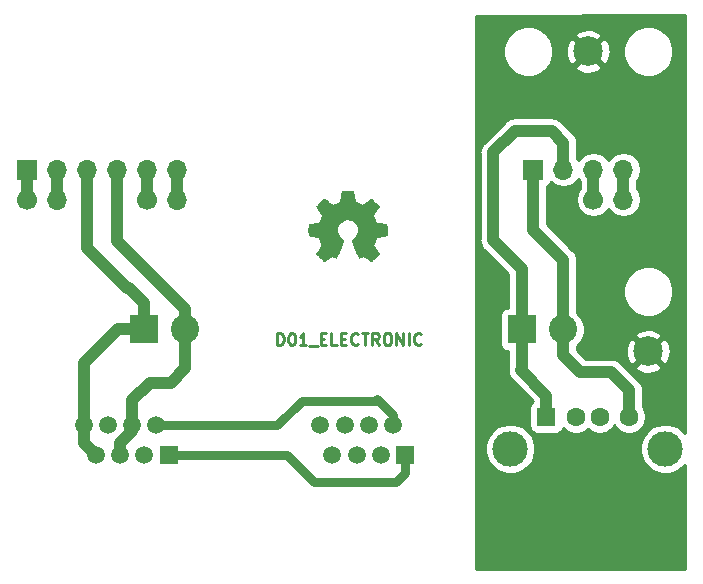
<source format=gbr>
G04 #@! TF.GenerationSoftware,KiCad,Pcbnew,5.1.5-52549c5~86~ubuntu18.04.1*
G04 #@! TF.CreationDate,2020-09-11T14:35:38-05:00*
G04 #@! TF.ProjectId,D01,4430312e-6b69-4636-9164-5f7063625858,rev?*
G04 #@! TF.SameCoordinates,Original*
G04 #@! TF.FileFunction,Copper,L1,Top*
G04 #@! TF.FilePolarity,Positive*
%FSLAX46Y46*%
G04 Gerber Fmt 4.6, Leading zero omitted, Abs format (unit mm)*
G04 Created by KiCad (PCBNEW 5.1.5-52549c5~86~ubuntu18.04.1) date 2020-09-11 14:35:38*
%MOMM*%
%LPD*%
G04 APERTURE LIST*
%ADD10C,0.250000*%
%ADD11C,0.010000*%
%ADD12O,1.700000X1.700000*%
%ADD13C,1.700000*%
%ADD14R,1.700000X1.700000*%
%ADD15C,2.400000*%
%ADD16R,2.400000X2.400000*%
%ADD17C,1.600000*%
%ADD18R,1.600000X1.600000*%
%ADD19C,3.000000*%
%ADD20C,1.520000*%
%ADD21R,1.520000X1.520000*%
%ADD22C,2.499360*%
%ADD23C,0.750000*%
%ADD24C,1.000000*%
%ADD25C,0.254000*%
G04 APERTURE END LIST*
D10*
X43204571Y-48661580D02*
X43204571Y-47661580D01*
X43442666Y-47661580D01*
X43585523Y-47709200D01*
X43680761Y-47804438D01*
X43728380Y-47899676D01*
X43776000Y-48090152D01*
X43776000Y-48233009D01*
X43728380Y-48423485D01*
X43680761Y-48518723D01*
X43585523Y-48613961D01*
X43442666Y-48661580D01*
X43204571Y-48661580D01*
X44395047Y-47661580D02*
X44490285Y-47661580D01*
X44585523Y-47709200D01*
X44633142Y-47756819D01*
X44680761Y-47852057D01*
X44728380Y-48042533D01*
X44728380Y-48280628D01*
X44680761Y-48471104D01*
X44633142Y-48566342D01*
X44585523Y-48613961D01*
X44490285Y-48661580D01*
X44395047Y-48661580D01*
X44299809Y-48613961D01*
X44252190Y-48566342D01*
X44204571Y-48471104D01*
X44156952Y-48280628D01*
X44156952Y-48042533D01*
X44204571Y-47852057D01*
X44252190Y-47756819D01*
X44299809Y-47709200D01*
X44395047Y-47661580D01*
X45680761Y-48661580D02*
X45109333Y-48661580D01*
X45395047Y-48661580D02*
X45395047Y-47661580D01*
X45299809Y-47804438D01*
X45204571Y-47899676D01*
X45109333Y-47947295D01*
X45871238Y-48756819D02*
X46633142Y-48756819D01*
X46871238Y-48137771D02*
X47204571Y-48137771D01*
X47347428Y-48661580D02*
X46871238Y-48661580D01*
X46871238Y-47661580D01*
X47347428Y-47661580D01*
X48252190Y-48661580D02*
X47776000Y-48661580D01*
X47776000Y-47661580D01*
X48585523Y-48137771D02*
X48918857Y-48137771D01*
X49061714Y-48661580D02*
X48585523Y-48661580D01*
X48585523Y-47661580D01*
X49061714Y-47661580D01*
X50061714Y-48566342D02*
X50014095Y-48613961D01*
X49871238Y-48661580D01*
X49776000Y-48661580D01*
X49633142Y-48613961D01*
X49537904Y-48518723D01*
X49490285Y-48423485D01*
X49442666Y-48233009D01*
X49442666Y-48090152D01*
X49490285Y-47899676D01*
X49537904Y-47804438D01*
X49633142Y-47709200D01*
X49776000Y-47661580D01*
X49871238Y-47661580D01*
X50014095Y-47709200D01*
X50061714Y-47756819D01*
X50347428Y-47661580D02*
X50918857Y-47661580D01*
X50633142Y-48661580D02*
X50633142Y-47661580D01*
X51823619Y-48661580D02*
X51490285Y-48185390D01*
X51252190Y-48661580D02*
X51252190Y-47661580D01*
X51633142Y-47661580D01*
X51728380Y-47709200D01*
X51776000Y-47756819D01*
X51823619Y-47852057D01*
X51823619Y-47994914D01*
X51776000Y-48090152D01*
X51728380Y-48137771D01*
X51633142Y-48185390D01*
X51252190Y-48185390D01*
X52442666Y-47661580D02*
X52633142Y-47661580D01*
X52728380Y-47709200D01*
X52823619Y-47804438D01*
X52871238Y-47994914D01*
X52871238Y-48328247D01*
X52823619Y-48518723D01*
X52728380Y-48613961D01*
X52633142Y-48661580D01*
X52442666Y-48661580D01*
X52347428Y-48613961D01*
X52252190Y-48518723D01*
X52204571Y-48328247D01*
X52204571Y-47994914D01*
X52252190Y-47804438D01*
X52347428Y-47709200D01*
X52442666Y-47661580D01*
X53299809Y-48661580D02*
X53299809Y-47661580D01*
X53871238Y-48661580D01*
X53871238Y-47661580D01*
X54347428Y-48661580D02*
X54347428Y-47661580D01*
X55395047Y-48566342D02*
X55347428Y-48613961D01*
X55204571Y-48661580D01*
X55109333Y-48661580D01*
X54966476Y-48613961D01*
X54871238Y-48518723D01*
X54823619Y-48423485D01*
X54776000Y-48233009D01*
X54776000Y-48090152D01*
X54823619Y-47899676D01*
X54871238Y-47804438D01*
X54966476Y-47709200D01*
X55109333Y-47661580D01*
X55204571Y-47661580D01*
X55347428Y-47709200D01*
X55395047Y-47756819D01*
D11*
G36*
X49704814Y-36076931D02*
G01*
X49788635Y-36521555D01*
X50097920Y-36649053D01*
X50407206Y-36776551D01*
X50778246Y-36524246D01*
X50882157Y-36453996D01*
X50976087Y-36391272D01*
X51055652Y-36338938D01*
X51116470Y-36299857D01*
X51154157Y-36276893D01*
X51164421Y-36271942D01*
X51182910Y-36284676D01*
X51222420Y-36319882D01*
X51278522Y-36373062D01*
X51346787Y-36439718D01*
X51422786Y-36515354D01*
X51502092Y-36595472D01*
X51580275Y-36675574D01*
X51652907Y-36751164D01*
X51715559Y-36817745D01*
X51763803Y-36870818D01*
X51793210Y-36905887D01*
X51800241Y-36917623D01*
X51790123Y-36939260D01*
X51761759Y-36986662D01*
X51718129Y-37055193D01*
X51662218Y-37140215D01*
X51597006Y-37237093D01*
X51559219Y-37292350D01*
X51490343Y-37393248D01*
X51429140Y-37484299D01*
X51378578Y-37560970D01*
X51341628Y-37618728D01*
X51321258Y-37653043D01*
X51318197Y-37660254D01*
X51325136Y-37680748D01*
X51344051Y-37728513D01*
X51372087Y-37796832D01*
X51406391Y-37878989D01*
X51444109Y-37968270D01*
X51482387Y-38057958D01*
X51518370Y-38141338D01*
X51549206Y-38211694D01*
X51572039Y-38262310D01*
X51584017Y-38286471D01*
X51584724Y-38287422D01*
X51603531Y-38292036D01*
X51653618Y-38302328D01*
X51729793Y-38317287D01*
X51826865Y-38335901D01*
X51939643Y-38357159D01*
X52005442Y-38369418D01*
X52125950Y-38392362D01*
X52234797Y-38414195D01*
X52326476Y-38433722D01*
X52395481Y-38449748D01*
X52436304Y-38461079D01*
X52444511Y-38464674D01*
X52452548Y-38489006D01*
X52459033Y-38543959D01*
X52463970Y-38623108D01*
X52467364Y-38720026D01*
X52469218Y-38828287D01*
X52469538Y-38941465D01*
X52468327Y-39053135D01*
X52465590Y-39156868D01*
X52461331Y-39246241D01*
X52455555Y-39314826D01*
X52448267Y-39356197D01*
X52443895Y-39364810D01*
X52417764Y-39375133D01*
X52362393Y-39389892D01*
X52285107Y-39407352D01*
X52193230Y-39425780D01*
X52161158Y-39431741D01*
X52006524Y-39460066D01*
X51884375Y-39482876D01*
X51790673Y-39501080D01*
X51721384Y-39515583D01*
X51672471Y-39527292D01*
X51639897Y-39537115D01*
X51619628Y-39545956D01*
X51607626Y-39554724D01*
X51605947Y-39556457D01*
X51589184Y-39584371D01*
X51563614Y-39638695D01*
X51531788Y-39712777D01*
X51496260Y-39799965D01*
X51459583Y-39893608D01*
X51424311Y-39987052D01*
X51392996Y-40073647D01*
X51368193Y-40146740D01*
X51352454Y-40199678D01*
X51348332Y-40225811D01*
X51348676Y-40226726D01*
X51362641Y-40248086D01*
X51394322Y-40295084D01*
X51440391Y-40362827D01*
X51497518Y-40446423D01*
X51562373Y-40540982D01*
X51580843Y-40567854D01*
X51646699Y-40665275D01*
X51704650Y-40754163D01*
X51751538Y-40829412D01*
X51784207Y-40885920D01*
X51799500Y-40918581D01*
X51800241Y-40922593D01*
X51787392Y-40943684D01*
X51751888Y-40985464D01*
X51698293Y-41043445D01*
X51631171Y-41113135D01*
X51555087Y-41190045D01*
X51474604Y-41269683D01*
X51394287Y-41347561D01*
X51318699Y-41419186D01*
X51252405Y-41480070D01*
X51199969Y-41525721D01*
X51165955Y-41551650D01*
X51156545Y-41555883D01*
X51134643Y-41545912D01*
X51089800Y-41519020D01*
X51029321Y-41479736D01*
X50982789Y-41448117D01*
X50898475Y-41390098D01*
X50798626Y-41321784D01*
X50698473Y-41253579D01*
X50644627Y-41217075D01*
X50462371Y-41093800D01*
X50309381Y-41176520D01*
X50239682Y-41212759D01*
X50180414Y-41240926D01*
X50140311Y-41256991D01*
X50130103Y-41259226D01*
X50117829Y-41242722D01*
X50093613Y-41196082D01*
X50059263Y-41123609D01*
X50016588Y-41029606D01*
X49967394Y-40918374D01*
X49913490Y-40794215D01*
X49856684Y-40661432D01*
X49798782Y-40524327D01*
X49741593Y-40387202D01*
X49686924Y-40254358D01*
X49636584Y-40130098D01*
X49592380Y-40018725D01*
X49556119Y-39924539D01*
X49529609Y-39851844D01*
X49514658Y-39804941D01*
X49512254Y-39788833D01*
X49531311Y-39768286D01*
X49573036Y-39734933D01*
X49628706Y-39695702D01*
X49633378Y-39692599D01*
X49777264Y-39577423D01*
X49893283Y-39443053D01*
X49980430Y-39293784D01*
X50037699Y-39133913D01*
X50064086Y-38967737D01*
X50058585Y-38799552D01*
X50020190Y-38633655D01*
X49947895Y-38474342D01*
X49926626Y-38439487D01*
X49815996Y-38298737D01*
X49685302Y-38185714D01*
X49539064Y-38101003D01*
X49381808Y-38045194D01*
X49218057Y-38018874D01*
X49052333Y-38022630D01*
X48889162Y-38057050D01*
X48733065Y-38122723D01*
X48588567Y-38220235D01*
X48543869Y-38259813D01*
X48430112Y-38383703D01*
X48347218Y-38514124D01*
X48290356Y-38660315D01*
X48258687Y-38805088D01*
X48250869Y-38967860D01*
X48276938Y-39131440D01*
X48334245Y-39290298D01*
X48420144Y-39438906D01*
X48531986Y-39571735D01*
X48667123Y-39683256D01*
X48684883Y-39695011D01*
X48741150Y-39733508D01*
X48783923Y-39766863D01*
X48804372Y-39788160D01*
X48804669Y-39788833D01*
X48800279Y-39811871D01*
X48782876Y-39864157D01*
X48754268Y-39941390D01*
X48716265Y-40039268D01*
X48670674Y-40153491D01*
X48619303Y-40279758D01*
X48563962Y-40413767D01*
X48506458Y-40551218D01*
X48448601Y-40687808D01*
X48392198Y-40819237D01*
X48339058Y-40941205D01*
X48290990Y-41049409D01*
X48249801Y-41139549D01*
X48217301Y-41207323D01*
X48195297Y-41248430D01*
X48186436Y-41259226D01*
X48159360Y-41250819D01*
X48108697Y-41228272D01*
X48043183Y-41195613D01*
X48007159Y-41176520D01*
X47854168Y-41093800D01*
X47671912Y-41217075D01*
X47578875Y-41280228D01*
X47477015Y-41349727D01*
X47381562Y-41415165D01*
X47333750Y-41448117D01*
X47266505Y-41493273D01*
X47209564Y-41529057D01*
X47170354Y-41550938D01*
X47157619Y-41555563D01*
X47139083Y-41543085D01*
X47098059Y-41508252D01*
X47038525Y-41454678D01*
X46964458Y-41385983D01*
X46879835Y-41305781D01*
X46826315Y-41254286D01*
X46732681Y-41162286D01*
X46651759Y-41079999D01*
X46586823Y-41010945D01*
X46541142Y-40958644D01*
X46517989Y-40926616D01*
X46515768Y-40920116D01*
X46526076Y-40895394D01*
X46554561Y-40845405D01*
X46598063Y-40775212D01*
X46653423Y-40689875D01*
X46717480Y-40594456D01*
X46735697Y-40567854D01*
X46802073Y-40471167D01*
X46861622Y-40384117D01*
X46911016Y-40311595D01*
X46946925Y-40258493D01*
X46966019Y-40229703D01*
X46967864Y-40226726D01*
X46965105Y-40203782D01*
X46950462Y-40153336D01*
X46926487Y-40082041D01*
X46895734Y-39996547D01*
X46860756Y-39903507D01*
X46824107Y-39809574D01*
X46788339Y-39721399D01*
X46756006Y-39645634D01*
X46729662Y-39588931D01*
X46711858Y-39557943D01*
X46710593Y-39556457D01*
X46699706Y-39547601D01*
X46681318Y-39538843D01*
X46651394Y-39529277D01*
X46605897Y-39517996D01*
X46540791Y-39504093D01*
X46452039Y-39486663D01*
X46335607Y-39464798D01*
X46187458Y-39437591D01*
X46155382Y-39431741D01*
X46060314Y-39413374D01*
X45977435Y-39395405D01*
X45914070Y-39379569D01*
X45877542Y-39367600D01*
X45872644Y-39364810D01*
X45864573Y-39340072D01*
X45858013Y-39284790D01*
X45852967Y-39205389D01*
X45849441Y-39108296D01*
X45847439Y-38999938D01*
X45846964Y-38886740D01*
X45848023Y-38775128D01*
X45850618Y-38671529D01*
X45854754Y-38582368D01*
X45860437Y-38514072D01*
X45867669Y-38473066D01*
X45872029Y-38464674D01*
X45896302Y-38456208D01*
X45951574Y-38442435D01*
X46032338Y-38424550D01*
X46133088Y-38403748D01*
X46248317Y-38381223D01*
X46311098Y-38369418D01*
X46430213Y-38347151D01*
X46536435Y-38326979D01*
X46624573Y-38309915D01*
X46689434Y-38296969D01*
X46725826Y-38289155D01*
X46731816Y-38287422D01*
X46741939Y-38267890D01*
X46763338Y-38220843D01*
X46793161Y-38153003D01*
X46828555Y-38071091D01*
X46866668Y-37981828D01*
X46904647Y-37891935D01*
X46939640Y-37808135D01*
X46968794Y-37737147D01*
X46989257Y-37685694D01*
X46998177Y-37660497D01*
X46998343Y-37659396D01*
X46988231Y-37639519D01*
X46959883Y-37593777D01*
X46916277Y-37526717D01*
X46860394Y-37442884D01*
X46795213Y-37346826D01*
X46757321Y-37291650D01*
X46688275Y-37190481D01*
X46626950Y-37098630D01*
X46576337Y-37020744D01*
X46539429Y-36961469D01*
X46519218Y-36925451D01*
X46516299Y-36917377D01*
X46528847Y-36898584D01*
X46563537Y-36858457D01*
X46615937Y-36801493D01*
X46681616Y-36732185D01*
X46756144Y-36655031D01*
X46835087Y-36574525D01*
X46914017Y-36495163D01*
X46988500Y-36421440D01*
X47054106Y-36357852D01*
X47106404Y-36308894D01*
X47140961Y-36279061D01*
X47152522Y-36271942D01*
X47171346Y-36281953D01*
X47216369Y-36310078D01*
X47283213Y-36353454D01*
X47367501Y-36409218D01*
X47464856Y-36474506D01*
X47538293Y-36524246D01*
X47909333Y-36776551D01*
X48527905Y-36521555D01*
X48611725Y-36076931D01*
X48695546Y-35632307D01*
X49620994Y-35632307D01*
X49704814Y-36076931D01*
G37*
X49704814Y-36076931D02*
X49788635Y-36521555D01*
X50097920Y-36649053D01*
X50407206Y-36776551D01*
X50778246Y-36524246D01*
X50882157Y-36453996D01*
X50976087Y-36391272D01*
X51055652Y-36338938D01*
X51116470Y-36299857D01*
X51154157Y-36276893D01*
X51164421Y-36271942D01*
X51182910Y-36284676D01*
X51222420Y-36319882D01*
X51278522Y-36373062D01*
X51346787Y-36439718D01*
X51422786Y-36515354D01*
X51502092Y-36595472D01*
X51580275Y-36675574D01*
X51652907Y-36751164D01*
X51715559Y-36817745D01*
X51763803Y-36870818D01*
X51793210Y-36905887D01*
X51800241Y-36917623D01*
X51790123Y-36939260D01*
X51761759Y-36986662D01*
X51718129Y-37055193D01*
X51662218Y-37140215D01*
X51597006Y-37237093D01*
X51559219Y-37292350D01*
X51490343Y-37393248D01*
X51429140Y-37484299D01*
X51378578Y-37560970D01*
X51341628Y-37618728D01*
X51321258Y-37653043D01*
X51318197Y-37660254D01*
X51325136Y-37680748D01*
X51344051Y-37728513D01*
X51372087Y-37796832D01*
X51406391Y-37878989D01*
X51444109Y-37968270D01*
X51482387Y-38057958D01*
X51518370Y-38141338D01*
X51549206Y-38211694D01*
X51572039Y-38262310D01*
X51584017Y-38286471D01*
X51584724Y-38287422D01*
X51603531Y-38292036D01*
X51653618Y-38302328D01*
X51729793Y-38317287D01*
X51826865Y-38335901D01*
X51939643Y-38357159D01*
X52005442Y-38369418D01*
X52125950Y-38392362D01*
X52234797Y-38414195D01*
X52326476Y-38433722D01*
X52395481Y-38449748D01*
X52436304Y-38461079D01*
X52444511Y-38464674D01*
X52452548Y-38489006D01*
X52459033Y-38543959D01*
X52463970Y-38623108D01*
X52467364Y-38720026D01*
X52469218Y-38828287D01*
X52469538Y-38941465D01*
X52468327Y-39053135D01*
X52465590Y-39156868D01*
X52461331Y-39246241D01*
X52455555Y-39314826D01*
X52448267Y-39356197D01*
X52443895Y-39364810D01*
X52417764Y-39375133D01*
X52362393Y-39389892D01*
X52285107Y-39407352D01*
X52193230Y-39425780D01*
X52161158Y-39431741D01*
X52006524Y-39460066D01*
X51884375Y-39482876D01*
X51790673Y-39501080D01*
X51721384Y-39515583D01*
X51672471Y-39527292D01*
X51639897Y-39537115D01*
X51619628Y-39545956D01*
X51607626Y-39554724D01*
X51605947Y-39556457D01*
X51589184Y-39584371D01*
X51563614Y-39638695D01*
X51531788Y-39712777D01*
X51496260Y-39799965D01*
X51459583Y-39893608D01*
X51424311Y-39987052D01*
X51392996Y-40073647D01*
X51368193Y-40146740D01*
X51352454Y-40199678D01*
X51348332Y-40225811D01*
X51348676Y-40226726D01*
X51362641Y-40248086D01*
X51394322Y-40295084D01*
X51440391Y-40362827D01*
X51497518Y-40446423D01*
X51562373Y-40540982D01*
X51580843Y-40567854D01*
X51646699Y-40665275D01*
X51704650Y-40754163D01*
X51751538Y-40829412D01*
X51784207Y-40885920D01*
X51799500Y-40918581D01*
X51800241Y-40922593D01*
X51787392Y-40943684D01*
X51751888Y-40985464D01*
X51698293Y-41043445D01*
X51631171Y-41113135D01*
X51555087Y-41190045D01*
X51474604Y-41269683D01*
X51394287Y-41347561D01*
X51318699Y-41419186D01*
X51252405Y-41480070D01*
X51199969Y-41525721D01*
X51165955Y-41551650D01*
X51156545Y-41555883D01*
X51134643Y-41545912D01*
X51089800Y-41519020D01*
X51029321Y-41479736D01*
X50982789Y-41448117D01*
X50898475Y-41390098D01*
X50798626Y-41321784D01*
X50698473Y-41253579D01*
X50644627Y-41217075D01*
X50462371Y-41093800D01*
X50309381Y-41176520D01*
X50239682Y-41212759D01*
X50180414Y-41240926D01*
X50140311Y-41256991D01*
X50130103Y-41259226D01*
X50117829Y-41242722D01*
X50093613Y-41196082D01*
X50059263Y-41123609D01*
X50016588Y-41029606D01*
X49967394Y-40918374D01*
X49913490Y-40794215D01*
X49856684Y-40661432D01*
X49798782Y-40524327D01*
X49741593Y-40387202D01*
X49686924Y-40254358D01*
X49636584Y-40130098D01*
X49592380Y-40018725D01*
X49556119Y-39924539D01*
X49529609Y-39851844D01*
X49514658Y-39804941D01*
X49512254Y-39788833D01*
X49531311Y-39768286D01*
X49573036Y-39734933D01*
X49628706Y-39695702D01*
X49633378Y-39692599D01*
X49777264Y-39577423D01*
X49893283Y-39443053D01*
X49980430Y-39293784D01*
X50037699Y-39133913D01*
X50064086Y-38967737D01*
X50058585Y-38799552D01*
X50020190Y-38633655D01*
X49947895Y-38474342D01*
X49926626Y-38439487D01*
X49815996Y-38298737D01*
X49685302Y-38185714D01*
X49539064Y-38101003D01*
X49381808Y-38045194D01*
X49218057Y-38018874D01*
X49052333Y-38022630D01*
X48889162Y-38057050D01*
X48733065Y-38122723D01*
X48588567Y-38220235D01*
X48543869Y-38259813D01*
X48430112Y-38383703D01*
X48347218Y-38514124D01*
X48290356Y-38660315D01*
X48258687Y-38805088D01*
X48250869Y-38967860D01*
X48276938Y-39131440D01*
X48334245Y-39290298D01*
X48420144Y-39438906D01*
X48531986Y-39571735D01*
X48667123Y-39683256D01*
X48684883Y-39695011D01*
X48741150Y-39733508D01*
X48783923Y-39766863D01*
X48804372Y-39788160D01*
X48804669Y-39788833D01*
X48800279Y-39811871D01*
X48782876Y-39864157D01*
X48754268Y-39941390D01*
X48716265Y-40039268D01*
X48670674Y-40153491D01*
X48619303Y-40279758D01*
X48563962Y-40413767D01*
X48506458Y-40551218D01*
X48448601Y-40687808D01*
X48392198Y-40819237D01*
X48339058Y-40941205D01*
X48290990Y-41049409D01*
X48249801Y-41139549D01*
X48217301Y-41207323D01*
X48195297Y-41248430D01*
X48186436Y-41259226D01*
X48159360Y-41250819D01*
X48108697Y-41228272D01*
X48043183Y-41195613D01*
X48007159Y-41176520D01*
X47854168Y-41093800D01*
X47671912Y-41217075D01*
X47578875Y-41280228D01*
X47477015Y-41349727D01*
X47381562Y-41415165D01*
X47333750Y-41448117D01*
X47266505Y-41493273D01*
X47209564Y-41529057D01*
X47170354Y-41550938D01*
X47157619Y-41555563D01*
X47139083Y-41543085D01*
X47098059Y-41508252D01*
X47038525Y-41454678D01*
X46964458Y-41385983D01*
X46879835Y-41305781D01*
X46826315Y-41254286D01*
X46732681Y-41162286D01*
X46651759Y-41079999D01*
X46586823Y-41010945D01*
X46541142Y-40958644D01*
X46517989Y-40926616D01*
X46515768Y-40920116D01*
X46526076Y-40895394D01*
X46554561Y-40845405D01*
X46598063Y-40775212D01*
X46653423Y-40689875D01*
X46717480Y-40594456D01*
X46735697Y-40567854D01*
X46802073Y-40471167D01*
X46861622Y-40384117D01*
X46911016Y-40311595D01*
X46946925Y-40258493D01*
X46966019Y-40229703D01*
X46967864Y-40226726D01*
X46965105Y-40203782D01*
X46950462Y-40153336D01*
X46926487Y-40082041D01*
X46895734Y-39996547D01*
X46860756Y-39903507D01*
X46824107Y-39809574D01*
X46788339Y-39721399D01*
X46756006Y-39645634D01*
X46729662Y-39588931D01*
X46711858Y-39557943D01*
X46710593Y-39556457D01*
X46699706Y-39547601D01*
X46681318Y-39538843D01*
X46651394Y-39529277D01*
X46605897Y-39517996D01*
X46540791Y-39504093D01*
X46452039Y-39486663D01*
X46335607Y-39464798D01*
X46187458Y-39437591D01*
X46155382Y-39431741D01*
X46060314Y-39413374D01*
X45977435Y-39395405D01*
X45914070Y-39379569D01*
X45877542Y-39367600D01*
X45872644Y-39364810D01*
X45864573Y-39340072D01*
X45858013Y-39284790D01*
X45852967Y-39205389D01*
X45849441Y-39108296D01*
X45847439Y-38999938D01*
X45846964Y-38886740D01*
X45848023Y-38775128D01*
X45850618Y-38671529D01*
X45854754Y-38582368D01*
X45860437Y-38514072D01*
X45867669Y-38473066D01*
X45872029Y-38464674D01*
X45896302Y-38456208D01*
X45951574Y-38442435D01*
X46032338Y-38424550D01*
X46133088Y-38403748D01*
X46248317Y-38381223D01*
X46311098Y-38369418D01*
X46430213Y-38347151D01*
X46536435Y-38326979D01*
X46624573Y-38309915D01*
X46689434Y-38296969D01*
X46725826Y-38289155D01*
X46731816Y-38287422D01*
X46741939Y-38267890D01*
X46763338Y-38220843D01*
X46793161Y-38153003D01*
X46828555Y-38071091D01*
X46866668Y-37981828D01*
X46904647Y-37891935D01*
X46939640Y-37808135D01*
X46968794Y-37737147D01*
X46989257Y-37685694D01*
X46998177Y-37660497D01*
X46998343Y-37659396D01*
X46988231Y-37639519D01*
X46959883Y-37593777D01*
X46916277Y-37526717D01*
X46860394Y-37442884D01*
X46795213Y-37346826D01*
X46757321Y-37291650D01*
X46688275Y-37190481D01*
X46626950Y-37098630D01*
X46576337Y-37020744D01*
X46539429Y-36961469D01*
X46519218Y-36925451D01*
X46516299Y-36917377D01*
X46528847Y-36898584D01*
X46563537Y-36858457D01*
X46615937Y-36801493D01*
X46681616Y-36732185D01*
X46756144Y-36655031D01*
X46835087Y-36574525D01*
X46914017Y-36495163D01*
X46988500Y-36421440D01*
X47054106Y-36357852D01*
X47106404Y-36308894D01*
X47140961Y-36279061D01*
X47152522Y-36271942D01*
X47171346Y-36281953D01*
X47216369Y-36310078D01*
X47283213Y-36353454D01*
X47367501Y-36409218D01*
X47464856Y-36474506D01*
X47538293Y-36524246D01*
X47909333Y-36776551D01*
X48527905Y-36521555D01*
X48611725Y-36076931D01*
X48695546Y-35632307D01*
X49620994Y-35632307D01*
X49704814Y-36076931D01*
D12*
X72520000Y-36350000D03*
D13*
X69980000Y-36350000D03*
D12*
X34700000Y-36350000D03*
D13*
X32160000Y-36350000D03*
D12*
X24540000Y-36350000D03*
D13*
X22000000Y-36350000D03*
D12*
X34700000Y-33810000D03*
X32160000Y-33810000D03*
X29620000Y-33810000D03*
X27080000Y-33810000D03*
X24540000Y-33810000D03*
D14*
X22000000Y-33810000D03*
D12*
X72520000Y-33810000D03*
X69980000Y-33810000D03*
X67440000Y-33810000D03*
D14*
X64900000Y-33810000D03*
D15*
X67406400Y-47345600D03*
D16*
X63906400Y-47345600D03*
D15*
X35427800Y-47345600D03*
D16*
X31927800Y-47345600D03*
D17*
X73000000Y-54737000D03*
X70500000Y-54737000D03*
X68500000Y-54737000D03*
D18*
X66000000Y-54737000D03*
D19*
X62930000Y-57447000D03*
X76070000Y-57447000D03*
D20*
X47880000Y-58000000D03*
X46860000Y-55460000D03*
X48900000Y-55460000D03*
X49920000Y-58000000D03*
X50940000Y-55460000D03*
X51960000Y-58000000D03*
X52980000Y-55460000D03*
D21*
X54000000Y-58000000D03*
D20*
X27880000Y-58000000D03*
X26860000Y-55460000D03*
X28900000Y-55460000D03*
X29920000Y-58000000D03*
X30940000Y-55460000D03*
X31960000Y-58000000D03*
X32980000Y-55460000D03*
D21*
X34000000Y-58000000D03*
D22*
X74610000Y-49210000D03*
X69530000Y-23810000D03*
D23*
X52980000Y-54605600D02*
X52980000Y-55460000D01*
X45313600Y-53365400D02*
X51536600Y-53365400D01*
X51536600Y-53365400D02*
X51638200Y-53263800D01*
X32980000Y-55460000D02*
X43219000Y-55460000D01*
X51638200Y-53263800D02*
X52980000Y-54605600D01*
X43219000Y-55460000D02*
X45313600Y-53365400D01*
X54000000Y-59510000D02*
X54000000Y-58000000D01*
X53235800Y-60274200D02*
X54000000Y-59510000D01*
X46329600Y-60274200D02*
X53235800Y-60274200D01*
X44055400Y-58000000D02*
X46329600Y-60274200D01*
X34000000Y-58000000D02*
X44055400Y-58000000D01*
D24*
X73000000Y-53605630D02*
X73025000Y-53580630D01*
X73000000Y-54737000D02*
X73000000Y-53605630D01*
X73025000Y-53580630D02*
X73025000Y-52476400D01*
X73025000Y-52476400D02*
X71501000Y-50952400D01*
X71501000Y-50952400D02*
X68834000Y-50952400D01*
X67406400Y-49524800D02*
X67406400Y-47345600D01*
X68834000Y-50952400D02*
X67406400Y-49524800D01*
X67406400Y-45648544D02*
X67437000Y-45617944D01*
X67406400Y-47345600D02*
X67406400Y-45648544D01*
X67437000Y-45617944D02*
X67437000Y-41452800D01*
X64900000Y-38915800D02*
X64900000Y-33810000D01*
X67437000Y-41452800D02*
X64900000Y-38915800D01*
X66000000Y-52937000D02*
X63881000Y-50818000D01*
X66000000Y-54737000D02*
X66000000Y-52937000D01*
X63906400Y-50792600D02*
X63906400Y-47345600D01*
X63881000Y-50818000D02*
X63906400Y-50792600D01*
X63906400Y-47345600D02*
X63906400Y-42214800D01*
X63906400Y-42214800D02*
X61468000Y-39776400D01*
X61468000Y-39776400D02*
X61468000Y-32359600D01*
X67440000Y-31524400D02*
X67440000Y-33810000D01*
X61468000Y-32359600D02*
X63296800Y-30530800D01*
X63296800Y-30530800D02*
X66446400Y-30530800D01*
X66446400Y-30530800D02*
X67440000Y-31524400D01*
X34700000Y-33810000D02*
X34700000Y-36350000D01*
X32160000Y-33810000D02*
X32160000Y-36350000D01*
X30940000Y-55905198D02*
X30940000Y-55460000D01*
X29920000Y-58000000D02*
X29920000Y-56925198D01*
X29920000Y-56925198D02*
X30940000Y-55905198D01*
X35427800Y-47345600D02*
X35427800Y-50627400D01*
X35427800Y-50627400D02*
X34213800Y-51841400D01*
X34213800Y-51841400D02*
X32410400Y-51841400D01*
X30940000Y-53311800D02*
X30940000Y-55460000D01*
X32410400Y-51841400D02*
X30940000Y-53311800D01*
X29620000Y-35012081D02*
X29620000Y-33810000D01*
X29620000Y-39840744D02*
X29620000Y-35012081D01*
X35427800Y-47345600D02*
X35427800Y-45648544D01*
X35427800Y-45648544D02*
X29620000Y-39840744D01*
X26860000Y-56980000D02*
X26860000Y-55460000D01*
X27880000Y-58000000D02*
X26860000Y-56980000D01*
X26860000Y-54385198D02*
X26860000Y-55460000D01*
X26860000Y-50213400D02*
X26860000Y-54385198D01*
X31927800Y-47345600D02*
X29727800Y-47345600D01*
X29727800Y-47345600D02*
X26860000Y-50213400D01*
X31927800Y-45145600D02*
X30648000Y-43865800D01*
X31927800Y-47345600D02*
X31927800Y-45145600D01*
X30648000Y-43865800D02*
X30505400Y-43865800D01*
X27080000Y-40440400D02*
X27080000Y-33810000D01*
X30505400Y-43865800D02*
X27080000Y-40440400D01*
X24540000Y-33810000D02*
X24540000Y-36350000D01*
X22000000Y-33810000D02*
X22000000Y-36350000D01*
X72520000Y-36350000D02*
X72520000Y-33810000D01*
X69980000Y-36350000D02*
X69980000Y-33810000D01*
D25*
G36*
X77760001Y-44923994D02*
G01*
X77729924Y-56088354D01*
X77728363Y-56086017D01*
X77430983Y-55788637D01*
X77081302Y-55554988D01*
X76692756Y-55394047D01*
X76280279Y-55312000D01*
X75859721Y-55312000D01*
X75447244Y-55394047D01*
X75058698Y-55554988D01*
X74709017Y-55788637D01*
X74411637Y-56086017D01*
X74177988Y-56435698D01*
X74017047Y-56824244D01*
X73935000Y-57236721D01*
X73935000Y-57657279D01*
X74017047Y-58069756D01*
X74177988Y-58458302D01*
X74411637Y-58807983D01*
X74709017Y-59105363D01*
X75058698Y-59339012D01*
X75447244Y-59499953D01*
X75859721Y-59582000D01*
X76280279Y-59582000D01*
X76692756Y-59499953D01*
X77081302Y-59339012D01*
X77430983Y-59105363D01*
X77722582Y-58813764D01*
X77698941Y-67589400D01*
X59994800Y-67589400D01*
X59994800Y-57236721D01*
X60795000Y-57236721D01*
X60795000Y-57657279D01*
X60877047Y-58069756D01*
X61037988Y-58458302D01*
X61271637Y-58807983D01*
X61569017Y-59105363D01*
X61918698Y-59339012D01*
X62307244Y-59499953D01*
X62719721Y-59582000D01*
X63140279Y-59582000D01*
X63552756Y-59499953D01*
X63941302Y-59339012D01*
X64290983Y-59105363D01*
X64588363Y-58807983D01*
X64822012Y-58458302D01*
X64982953Y-58069756D01*
X65065000Y-57657279D01*
X65065000Y-57236721D01*
X64982953Y-56824244D01*
X64822012Y-56435698D01*
X64588363Y-56086017D01*
X64290983Y-55788637D01*
X63941302Y-55554988D01*
X63552756Y-55394047D01*
X63140279Y-55312000D01*
X62719721Y-55312000D01*
X62307244Y-55394047D01*
X61918698Y-55554988D01*
X61569017Y-55788637D01*
X61271637Y-56086017D01*
X61037988Y-56435698D01*
X60877047Y-56824244D01*
X60795000Y-57236721D01*
X59994800Y-57236721D01*
X59994800Y-32359600D01*
X60327509Y-32359600D01*
X60333001Y-32415361D01*
X60333000Y-39720648D01*
X60327509Y-39776400D01*
X60333000Y-39832151D01*
X60349423Y-39998898D01*
X60414324Y-40212846D01*
X60519716Y-40410023D01*
X60661551Y-40582849D01*
X60704865Y-40618396D01*
X62771401Y-42684933D01*
X62771400Y-45507528D01*
X62706400Y-45507528D01*
X62581918Y-45519788D01*
X62462220Y-45556098D01*
X62351906Y-45615063D01*
X62255215Y-45694415D01*
X62175863Y-45791106D01*
X62116898Y-45901420D01*
X62080588Y-46021118D01*
X62068328Y-46145600D01*
X62068328Y-48545600D01*
X62080588Y-48670082D01*
X62116898Y-48789780D01*
X62175863Y-48900094D01*
X62255215Y-48996785D01*
X62351906Y-49076137D01*
X62462220Y-49135102D01*
X62581918Y-49171412D01*
X62706400Y-49183672D01*
X62771400Y-49183672D01*
X62771400Y-50565909D01*
X62762423Y-50595502D01*
X62740509Y-50818000D01*
X62762423Y-51040498D01*
X62827324Y-51254446D01*
X62932717Y-51451622D01*
X63074552Y-51624448D01*
X63117854Y-51659985D01*
X64857773Y-53399906D01*
X64845506Y-53406463D01*
X64748815Y-53485815D01*
X64669463Y-53582506D01*
X64610498Y-53692820D01*
X64574188Y-53812518D01*
X64561928Y-53937000D01*
X64561928Y-55537000D01*
X64574188Y-55661482D01*
X64610498Y-55781180D01*
X64669463Y-55891494D01*
X64748815Y-55988185D01*
X64845506Y-56067537D01*
X64955820Y-56126502D01*
X65075518Y-56162812D01*
X65200000Y-56175072D01*
X66800000Y-56175072D01*
X66924482Y-56162812D01*
X67044180Y-56126502D01*
X67154494Y-56067537D01*
X67251185Y-55988185D01*
X67330537Y-55891494D01*
X67389502Y-55781180D01*
X67418661Y-55685057D01*
X67585241Y-55851637D01*
X67820273Y-56008680D01*
X68081426Y-56116853D01*
X68358665Y-56172000D01*
X68641335Y-56172000D01*
X68918574Y-56116853D01*
X69179727Y-56008680D01*
X69414759Y-55851637D01*
X69500000Y-55766396D01*
X69585241Y-55851637D01*
X69820273Y-56008680D01*
X70081426Y-56116853D01*
X70358665Y-56172000D01*
X70641335Y-56172000D01*
X70918574Y-56116853D01*
X71179727Y-56008680D01*
X71414759Y-55851637D01*
X71614637Y-55651759D01*
X71750000Y-55449173D01*
X71885363Y-55651759D01*
X72085241Y-55851637D01*
X72320273Y-56008680D01*
X72581426Y-56116853D01*
X72858665Y-56172000D01*
X73141335Y-56172000D01*
X73418574Y-56116853D01*
X73679727Y-56008680D01*
X73914759Y-55851637D01*
X74114637Y-55651759D01*
X74271680Y-55416727D01*
X74379853Y-55155574D01*
X74435000Y-54878335D01*
X74435000Y-54595665D01*
X74379853Y-54318426D01*
X74271680Y-54057273D01*
X74135000Y-53852716D01*
X74135000Y-53831403D01*
X74143577Y-53803129D01*
X74160000Y-53636382D01*
X74160000Y-53636372D01*
X74165490Y-53580631D01*
X74160000Y-53524889D01*
X74160000Y-52532141D01*
X74165490Y-52476399D01*
X74160000Y-52420657D01*
X74160000Y-52420648D01*
X74143577Y-52253901D01*
X74078676Y-52039953D01*
X73973284Y-51842777D01*
X73831449Y-51669951D01*
X73788140Y-51634409D01*
X72677108Y-50523377D01*
X73476229Y-50523377D01*
X73602104Y-50813315D01*
X73934262Y-50979139D01*
X74292387Y-51076975D01*
X74662719Y-51103065D01*
X75031025Y-51056405D01*
X75383151Y-50938789D01*
X75617896Y-50813315D01*
X75743771Y-50523377D01*
X74610000Y-49389605D01*
X73476229Y-50523377D01*
X72677108Y-50523377D01*
X72342996Y-50189265D01*
X72307449Y-50145951D01*
X72134623Y-50004116D01*
X71937447Y-49898724D01*
X71723499Y-49833823D01*
X71556752Y-49817400D01*
X71556751Y-49817400D01*
X71501000Y-49811909D01*
X71445249Y-49817400D01*
X69304132Y-49817400D01*
X68749451Y-49262719D01*
X72716935Y-49262719D01*
X72763595Y-49631025D01*
X72881211Y-49983151D01*
X73006685Y-50217896D01*
X73296623Y-50343771D01*
X74430395Y-49210000D01*
X74789605Y-49210000D01*
X75923377Y-50343771D01*
X76213315Y-50217896D01*
X76379139Y-49885738D01*
X76476975Y-49527613D01*
X76503065Y-49157281D01*
X76456405Y-48788975D01*
X76338789Y-48436849D01*
X76213315Y-48202104D01*
X75923377Y-48076229D01*
X74789605Y-49210000D01*
X74430395Y-49210000D01*
X73296623Y-48076229D01*
X73006685Y-48202104D01*
X72840861Y-48534262D01*
X72743025Y-48892387D01*
X72716935Y-49262719D01*
X68749451Y-49262719D01*
X68541400Y-49054669D01*
X68541400Y-48794153D01*
X68576144Y-48770938D01*
X68831738Y-48515344D01*
X69032556Y-48214799D01*
X69164348Y-47896623D01*
X73476229Y-47896623D01*
X74610000Y-49030395D01*
X75743771Y-47896623D01*
X75617896Y-47606685D01*
X75285738Y-47440861D01*
X74927613Y-47343025D01*
X74557281Y-47316935D01*
X74188975Y-47363595D01*
X73836849Y-47481211D01*
X73602104Y-47606685D01*
X73476229Y-47896623D01*
X69164348Y-47896623D01*
X69170882Y-47880850D01*
X69241400Y-47526332D01*
X69241400Y-47164868D01*
X69170882Y-46810350D01*
X69032556Y-46476401D01*
X68831738Y-46175856D01*
X68576144Y-45920262D01*
X68541400Y-45897047D01*
X68541400Y-45887178D01*
X68555577Y-45840443D01*
X68572000Y-45673696D01*
X68572000Y-45673695D01*
X68577491Y-45617944D01*
X68572000Y-45562193D01*
X68572000Y-43919721D01*
X72475000Y-43919721D01*
X72475000Y-44340279D01*
X72557047Y-44752756D01*
X72717988Y-45141302D01*
X72951637Y-45490983D01*
X73249017Y-45788363D01*
X73598698Y-46022012D01*
X73987244Y-46182953D01*
X74399721Y-46265000D01*
X74820279Y-46265000D01*
X75232756Y-46182953D01*
X75621302Y-46022012D01*
X75970983Y-45788363D01*
X76268363Y-45490983D01*
X76502012Y-45141302D01*
X76662953Y-44752756D01*
X76745000Y-44340279D01*
X76745000Y-43919721D01*
X76662953Y-43507244D01*
X76502012Y-43118698D01*
X76268363Y-42769017D01*
X75970983Y-42471637D01*
X75621302Y-42237988D01*
X75232756Y-42077047D01*
X74820279Y-41995000D01*
X74399721Y-41995000D01*
X73987244Y-42077047D01*
X73598698Y-42237988D01*
X73249017Y-42471637D01*
X72951637Y-42769017D01*
X72717988Y-43118698D01*
X72557047Y-43507244D01*
X72475000Y-43919721D01*
X68572000Y-43919721D01*
X68572000Y-41508552D01*
X68577491Y-41452800D01*
X68555577Y-41230301D01*
X68490676Y-41016353D01*
X68385284Y-40819177D01*
X68307735Y-40724684D01*
X68243449Y-40646351D01*
X68200141Y-40610809D01*
X66035000Y-38445669D01*
X66035000Y-35227683D01*
X66104494Y-35190537D01*
X66201185Y-35111185D01*
X66280537Y-35014494D01*
X66339502Y-34904180D01*
X66361513Y-34831620D01*
X66493368Y-34963475D01*
X66736589Y-35125990D01*
X67006842Y-35237932D01*
X67293740Y-35295000D01*
X67586260Y-35295000D01*
X67873158Y-35237932D01*
X68143411Y-35125990D01*
X68386632Y-34963475D01*
X68593475Y-34756632D01*
X68710000Y-34582240D01*
X68826525Y-34756632D01*
X68845001Y-34775108D01*
X68845000Y-35384893D01*
X68826525Y-35403368D01*
X68664010Y-35646589D01*
X68552068Y-35916842D01*
X68495000Y-36203740D01*
X68495000Y-36496260D01*
X68552068Y-36783158D01*
X68664010Y-37053411D01*
X68826525Y-37296632D01*
X69033368Y-37503475D01*
X69276589Y-37665990D01*
X69546842Y-37777932D01*
X69833740Y-37835000D01*
X70126260Y-37835000D01*
X70413158Y-37777932D01*
X70683411Y-37665990D01*
X70926632Y-37503475D01*
X71133475Y-37296632D01*
X71250000Y-37122240D01*
X71366525Y-37296632D01*
X71573368Y-37503475D01*
X71816589Y-37665990D01*
X72086842Y-37777932D01*
X72373740Y-37835000D01*
X72666260Y-37835000D01*
X72953158Y-37777932D01*
X73223411Y-37665990D01*
X73466632Y-37503475D01*
X73673475Y-37296632D01*
X73835990Y-37053411D01*
X73947932Y-36783158D01*
X74005000Y-36496260D01*
X74005000Y-36203740D01*
X73947932Y-35916842D01*
X73835990Y-35646589D01*
X73673475Y-35403368D01*
X73655000Y-35384893D01*
X73655000Y-34775107D01*
X73673475Y-34756632D01*
X73835990Y-34513411D01*
X73947932Y-34243158D01*
X74005000Y-33956260D01*
X74005000Y-33663740D01*
X73947932Y-33376842D01*
X73835990Y-33106589D01*
X73673475Y-32863368D01*
X73466632Y-32656525D01*
X73223411Y-32494010D01*
X72953158Y-32382068D01*
X72666260Y-32325000D01*
X72373740Y-32325000D01*
X72086842Y-32382068D01*
X71816589Y-32494010D01*
X71573368Y-32656525D01*
X71366525Y-32863368D01*
X71250000Y-33037760D01*
X71133475Y-32863368D01*
X70926632Y-32656525D01*
X70683411Y-32494010D01*
X70413158Y-32382068D01*
X70126260Y-32325000D01*
X69833740Y-32325000D01*
X69546842Y-32382068D01*
X69276589Y-32494010D01*
X69033368Y-32656525D01*
X68826525Y-32863368D01*
X68710000Y-33037760D01*
X68593475Y-32863368D01*
X68575000Y-32844893D01*
X68575000Y-31580152D01*
X68580491Y-31524400D01*
X68558577Y-31301901D01*
X68493676Y-31087953D01*
X68388284Y-30890777D01*
X68281989Y-30761256D01*
X68281987Y-30761254D01*
X68246449Y-30717951D01*
X68203145Y-30682413D01*
X67288395Y-29767664D01*
X67252849Y-29724351D01*
X67080023Y-29582516D01*
X66882847Y-29477124D01*
X66668899Y-29412223D01*
X66502152Y-29395800D01*
X66502151Y-29395800D01*
X66446400Y-29390309D01*
X66390649Y-29395800D01*
X63352552Y-29395800D01*
X63296800Y-29390309D01*
X63241048Y-29395800D01*
X63074301Y-29412223D01*
X62860353Y-29477124D01*
X62663177Y-29582516D01*
X62490351Y-29724351D01*
X62454809Y-29767660D01*
X60704860Y-31517609D01*
X60661552Y-31553151D01*
X60519717Y-31725977D01*
X60508534Y-31746899D01*
X60414324Y-31923154D01*
X60349423Y-32137102D01*
X60327509Y-32359600D01*
X59994800Y-32359600D01*
X59994800Y-23599721D01*
X62315000Y-23599721D01*
X62315000Y-24020279D01*
X62397047Y-24432756D01*
X62557988Y-24821302D01*
X62791637Y-25170983D01*
X63089017Y-25468363D01*
X63438698Y-25702012D01*
X63827244Y-25862953D01*
X64239721Y-25945000D01*
X64660279Y-25945000D01*
X65072756Y-25862953D01*
X65461302Y-25702012D01*
X65810983Y-25468363D01*
X66108363Y-25170983D01*
X66140172Y-25123377D01*
X68396229Y-25123377D01*
X68522104Y-25413315D01*
X68854262Y-25579139D01*
X69212387Y-25676975D01*
X69582719Y-25703065D01*
X69951025Y-25656405D01*
X70303151Y-25538789D01*
X70537896Y-25413315D01*
X70663771Y-25123377D01*
X69530000Y-23989605D01*
X68396229Y-25123377D01*
X66140172Y-25123377D01*
X66342012Y-24821302D01*
X66502953Y-24432756D01*
X66585000Y-24020279D01*
X66585000Y-23862719D01*
X67636935Y-23862719D01*
X67683595Y-24231025D01*
X67801211Y-24583151D01*
X67926685Y-24817896D01*
X68216623Y-24943771D01*
X69350395Y-23810000D01*
X69709605Y-23810000D01*
X70843377Y-24943771D01*
X71133315Y-24817896D01*
X71299139Y-24485738D01*
X71396975Y-24127613D01*
X71423065Y-23757281D01*
X71403105Y-23599721D01*
X72475000Y-23599721D01*
X72475000Y-24020279D01*
X72557047Y-24432756D01*
X72717988Y-24821302D01*
X72951637Y-25170983D01*
X73249017Y-25468363D01*
X73598698Y-25702012D01*
X73987244Y-25862953D01*
X74399721Y-25945000D01*
X74820279Y-25945000D01*
X75232756Y-25862953D01*
X75621302Y-25702012D01*
X75970983Y-25468363D01*
X76268363Y-25170983D01*
X76502012Y-24821302D01*
X76662953Y-24432756D01*
X76745000Y-24020279D01*
X76745000Y-23599721D01*
X76662953Y-23187244D01*
X76502012Y-22798698D01*
X76268363Y-22449017D01*
X75970983Y-22151637D01*
X75621302Y-21917988D01*
X75232756Y-21757047D01*
X74820279Y-21675000D01*
X74399721Y-21675000D01*
X73987244Y-21757047D01*
X73598698Y-21917988D01*
X73249017Y-22151637D01*
X72951637Y-22449017D01*
X72717988Y-22798698D01*
X72557047Y-23187244D01*
X72475000Y-23599721D01*
X71403105Y-23599721D01*
X71376405Y-23388975D01*
X71258789Y-23036849D01*
X71133315Y-22802104D01*
X70843377Y-22676229D01*
X69709605Y-23810000D01*
X69350395Y-23810000D01*
X68216623Y-22676229D01*
X67926685Y-22802104D01*
X67760861Y-23134262D01*
X67663025Y-23492387D01*
X67636935Y-23862719D01*
X66585000Y-23862719D01*
X66585000Y-23599721D01*
X66502953Y-23187244D01*
X66342012Y-22798698D01*
X66140173Y-22496623D01*
X68396229Y-22496623D01*
X69530000Y-23630395D01*
X70663771Y-22496623D01*
X70537896Y-22206685D01*
X70205738Y-22040861D01*
X69847613Y-21943025D01*
X69477281Y-21916935D01*
X69108975Y-21963595D01*
X68756849Y-22081211D01*
X68522104Y-22206685D01*
X68396229Y-22496623D01*
X66140173Y-22496623D01*
X66108363Y-22449017D01*
X65810983Y-22151637D01*
X65461302Y-21917988D01*
X65072756Y-21757047D01*
X64660279Y-21675000D01*
X64239721Y-21675000D01*
X63827244Y-21757047D01*
X63438698Y-21917988D01*
X63089017Y-22151637D01*
X62791637Y-22449017D01*
X62557988Y-22798698D01*
X62397047Y-23187244D01*
X62315000Y-23599721D01*
X59994800Y-23599721D01*
X59994800Y-20776666D01*
X77760000Y-20701813D01*
X77760001Y-44923994D01*
G37*
X77760001Y-44923994D02*
X77729924Y-56088354D01*
X77728363Y-56086017D01*
X77430983Y-55788637D01*
X77081302Y-55554988D01*
X76692756Y-55394047D01*
X76280279Y-55312000D01*
X75859721Y-55312000D01*
X75447244Y-55394047D01*
X75058698Y-55554988D01*
X74709017Y-55788637D01*
X74411637Y-56086017D01*
X74177988Y-56435698D01*
X74017047Y-56824244D01*
X73935000Y-57236721D01*
X73935000Y-57657279D01*
X74017047Y-58069756D01*
X74177988Y-58458302D01*
X74411637Y-58807983D01*
X74709017Y-59105363D01*
X75058698Y-59339012D01*
X75447244Y-59499953D01*
X75859721Y-59582000D01*
X76280279Y-59582000D01*
X76692756Y-59499953D01*
X77081302Y-59339012D01*
X77430983Y-59105363D01*
X77722582Y-58813764D01*
X77698941Y-67589400D01*
X59994800Y-67589400D01*
X59994800Y-57236721D01*
X60795000Y-57236721D01*
X60795000Y-57657279D01*
X60877047Y-58069756D01*
X61037988Y-58458302D01*
X61271637Y-58807983D01*
X61569017Y-59105363D01*
X61918698Y-59339012D01*
X62307244Y-59499953D01*
X62719721Y-59582000D01*
X63140279Y-59582000D01*
X63552756Y-59499953D01*
X63941302Y-59339012D01*
X64290983Y-59105363D01*
X64588363Y-58807983D01*
X64822012Y-58458302D01*
X64982953Y-58069756D01*
X65065000Y-57657279D01*
X65065000Y-57236721D01*
X64982953Y-56824244D01*
X64822012Y-56435698D01*
X64588363Y-56086017D01*
X64290983Y-55788637D01*
X63941302Y-55554988D01*
X63552756Y-55394047D01*
X63140279Y-55312000D01*
X62719721Y-55312000D01*
X62307244Y-55394047D01*
X61918698Y-55554988D01*
X61569017Y-55788637D01*
X61271637Y-56086017D01*
X61037988Y-56435698D01*
X60877047Y-56824244D01*
X60795000Y-57236721D01*
X59994800Y-57236721D01*
X59994800Y-32359600D01*
X60327509Y-32359600D01*
X60333001Y-32415361D01*
X60333000Y-39720648D01*
X60327509Y-39776400D01*
X60333000Y-39832151D01*
X60349423Y-39998898D01*
X60414324Y-40212846D01*
X60519716Y-40410023D01*
X60661551Y-40582849D01*
X60704865Y-40618396D01*
X62771401Y-42684933D01*
X62771400Y-45507528D01*
X62706400Y-45507528D01*
X62581918Y-45519788D01*
X62462220Y-45556098D01*
X62351906Y-45615063D01*
X62255215Y-45694415D01*
X62175863Y-45791106D01*
X62116898Y-45901420D01*
X62080588Y-46021118D01*
X62068328Y-46145600D01*
X62068328Y-48545600D01*
X62080588Y-48670082D01*
X62116898Y-48789780D01*
X62175863Y-48900094D01*
X62255215Y-48996785D01*
X62351906Y-49076137D01*
X62462220Y-49135102D01*
X62581918Y-49171412D01*
X62706400Y-49183672D01*
X62771400Y-49183672D01*
X62771400Y-50565909D01*
X62762423Y-50595502D01*
X62740509Y-50818000D01*
X62762423Y-51040498D01*
X62827324Y-51254446D01*
X62932717Y-51451622D01*
X63074552Y-51624448D01*
X63117854Y-51659985D01*
X64857773Y-53399906D01*
X64845506Y-53406463D01*
X64748815Y-53485815D01*
X64669463Y-53582506D01*
X64610498Y-53692820D01*
X64574188Y-53812518D01*
X64561928Y-53937000D01*
X64561928Y-55537000D01*
X64574188Y-55661482D01*
X64610498Y-55781180D01*
X64669463Y-55891494D01*
X64748815Y-55988185D01*
X64845506Y-56067537D01*
X64955820Y-56126502D01*
X65075518Y-56162812D01*
X65200000Y-56175072D01*
X66800000Y-56175072D01*
X66924482Y-56162812D01*
X67044180Y-56126502D01*
X67154494Y-56067537D01*
X67251185Y-55988185D01*
X67330537Y-55891494D01*
X67389502Y-55781180D01*
X67418661Y-55685057D01*
X67585241Y-55851637D01*
X67820273Y-56008680D01*
X68081426Y-56116853D01*
X68358665Y-56172000D01*
X68641335Y-56172000D01*
X68918574Y-56116853D01*
X69179727Y-56008680D01*
X69414759Y-55851637D01*
X69500000Y-55766396D01*
X69585241Y-55851637D01*
X69820273Y-56008680D01*
X70081426Y-56116853D01*
X70358665Y-56172000D01*
X70641335Y-56172000D01*
X70918574Y-56116853D01*
X71179727Y-56008680D01*
X71414759Y-55851637D01*
X71614637Y-55651759D01*
X71750000Y-55449173D01*
X71885363Y-55651759D01*
X72085241Y-55851637D01*
X72320273Y-56008680D01*
X72581426Y-56116853D01*
X72858665Y-56172000D01*
X73141335Y-56172000D01*
X73418574Y-56116853D01*
X73679727Y-56008680D01*
X73914759Y-55851637D01*
X74114637Y-55651759D01*
X74271680Y-55416727D01*
X74379853Y-55155574D01*
X74435000Y-54878335D01*
X74435000Y-54595665D01*
X74379853Y-54318426D01*
X74271680Y-54057273D01*
X74135000Y-53852716D01*
X74135000Y-53831403D01*
X74143577Y-53803129D01*
X74160000Y-53636382D01*
X74160000Y-53636372D01*
X74165490Y-53580631D01*
X74160000Y-53524889D01*
X74160000Y-52532141D01*
X74165490Y-52476399D01*
X74160000Y-52420657D01*
X74160000Y-52420648D01*
X74143577Y-52253901D01*
X74078676Y-52039953D01*
X73973284Y-51842777D01*
X73831449Y-51669951D01*
X73788140Y-51634409D01*
X72677108Y-50523377D01*
X73476229Y-50523377D01*
X73602104Y-50813315D01*
X73934262Y-50979139D01*
X74292387Y-51076975D01*
X74662719Y-51103065D01*
X75031025Y-51056405D01*
X75383151Y-50938789D01*
X75617896Y-50813315D01*
X75743771Y-50523377D01*
X74610000Y-49389605D01*
X73476229Y-50523377D01*
X72677108Y-50523377D01*
X72342996Y-50189265D01*
X72307449Y-50145951D01*
X72134623Y-50004116D01*
X71937447Y-49898724D01*
X71723499Y-49833823D01*
X71556752Y-49817400D01*
X71556751Y-49817400D01*
X71501000Y-49811909D01*
X71445249Y-49817400D01*
X69304132Y-49817400D01*
X68749451Y-49262719D01*
X72716935Y-49262719D01*
X72763595Y-49631025D01*
X72881211Y-49983151D01*
X73006685Y-50217896D01*
X73296623Y-50343771D01*
X74430395Y-49210000D01*
X74789605Y-49210000D01*
X75923377Y-50343771D01*
X76213315Y-50217896D01*
X76379139Y-49885738D01*
X76476975Y-49527613D01*
X76503065Y-49157281D01*
X76456405Y-48788975D01*
X76338789Y-48436849D01*
X76213315Y-48202104D01*
X75923377Y-48076229D01*
X74789605Y-49210000D01*
X74430395Y-49210000D01*
X73296623Y-48076229D01*
X73006685Y-48202104D01*
X72840861Y-48534262D01*
X72743025Y-48892387D01*
X72716935Y-49262719D01*
X68749451Y-49262719D01*
X68541400Y-49054669D01*
X68541400Y-48794153D01*
X68576144Y-48770938D01*
X68831738Y-48515344D01*
X69032556Y-48214799D01*
X69164348Y-47896623D01*
X73476229Y-47896623D01*
X74610000Y-49030395D01*
X75743771Y-47896623D01*
X75617896Y-47606685D01*
X75285738Y-47440861D01*
X74927613Y-47343025D01*
X74557281Y-47316935D01*
X74188975Y-47363595D01*
X73836849Y-47481211D01*
X73602104Y-47606685D01*
X73476229Y-47896623D01*
X69164348Y-47896623D01*
X69170882Y-47880850D01*
X69241400Y-47526332D01*
X69241400Y-47164868D01*
X69170882Y-46810350D01*
X69032556Y-46476401D01*
X68831738Y-46175856D01*
X68576144Y-45920262D01*
X68541400Y-45897047D01*
X68541400Y-45887178D01*
X68555577Y-45840443D01*
X68572000Y-45673696D01*
X68572000Y-45673695D01*
X68577491Y-45617944D01*
X68572000Y-45562193D01*
X68572000Y-43919721D01*
X72475000Y-43919721D01*
X72475000Y-44340279D01*
X72557047Y-44752756D01*
X72717988Y-45141302D01*
X72951637Y-45490983D01*
X73249017Y-45788363D01*
X73598698Y-46022012D01*
X73987244Y-46182953D01*
X74399721Y-46265000D01*
X74820279Y-46265000D01*
X75232756Y-46182953D01*
X75621302Y-46022012D01*
X75970983Y-45788363D01*
X76268363Y-45490983D01*
X76502012Y-45141302D01*
X76662953Y-44752756D01*
X76745000Y-44340279D01*
X76745000Y-43919721D01*
X76662953Y-43507244D01*
X76502012Y-43118698D01*
X76268363Y-42769017D01*
X75970983Y-42471637D01*
X75621302Y-42237988D01*
X75232756Y-42077047D01*
X74820279Y-41995000D01*
X74399721Y-41995000D01*
X73987244Y-42077047D01*
X73598698Y-42237988D01*
X73249017Y-42471637D01*
X72951637Y-42769017D01*
X72717988Y-43118698D01*
X72557047Y-43507244D01*
X72475000Y-43919721D01*
X68572000Y-43919721D01*
X68572000Y-41508552D01*
X68577491Y-41452800D01*
X68555577Y-41230301D01*
X68490676Y-41016353D01*
X68385284Y-40819177D01*
X68307735Y-40724684D01*
X68243449Y-40646351D01*
X68200141Y-40610809D01*
X66035000Y-38445669D01*
X66035000Y-35227683D01*
X66104494Y-35190537D01*
X66201185Y-35111185D01*
X66280537Y-35014494D01*
X66339502Y-34904180D01*
X66361513Y-34831620D01*
X66493368Y-34963475D01*
X66736589Y-35125990D01*
X67006842Y-35237932D01*
X67293740Y-35295000D01*
X67586260Y-35295000D01*
X67873158Y-35237932D01*
X68143411Y-35125990D01*
X68386632Y-34963475D01*
X68593475Y-34756632D01*
X68710000Y-34582240D01*
X68826525Y-34756632D01*
X68845001Y-34775108D01*
X68845000Y-35384893D01*
X68826525Y-35403368D01*
X68664010Y-35646589D01*
X68552068Y-35916842D01*
X68495000Y-36203740D01*
X68495000Y-36496260D01*
X68552068Y-36783158D01*
X68664010Y-37053411D01*
X68826525Y-37296632D01*
X69033368Y-37503475D01*
X69276589Y-37665990D01*
X69546842Y-37777932D01*
X69833740Y-37835000D01*
X70126260Y-37835000D01*
X70413158Y-37777932D01*
X70683411Y-37665990D01*
X70926632Y-37503475D01*
X71133475Y-37296632D01*
X71250000Y-37122240D01*
X71366525Y-37296632D01*
X71573368Y-37503475D01*
X71816589Y-37665990D01*
X72086842Y-37777932D01*
X72373740Y-37835000D01*
X72666260Y-37835000D01*
X72953158Y-37777932D01*
X73223411Y-37665990D01*
X73466632Y-37503475D01*
X73673475Y-37296632D01*
X73835990Y-37053411D01*
X73947932Y-36783158D01*
X74005000Y-36496260D01*
X74005000Y-36203740D01*
X73947932Y-35916842D01*
X73835990Y-35646589D01*
X73673475Y-35403368D01*
X73655000Y-35384893D01*
X73655000Y-34775107D01*
X73673475Y-34756632D01*
X73835990Y-34513411D01*
X73947932Y-34243158D01*
X74005000Y-33956260D01*
X74005000Y-33663740D01*
X73947932Y-33376842D01*
X73835990Y-33106589D01*
X73673475Y-32863368D01*
X73466632Y-32656525D01*
X73223411Y-32494010D01*
X72953158Y-32382068D01*
X72666260Y-32325000D01*
X72373740Y-32325000D01*
X72086842Y-32382068D01*
X71816589Y-32494010D01*
X71573368Y-32656525D01*
X71366525Y-32863368D01*
X71250000Y-33037760D01*
X71133475Y-32863368D01*
X70926632Y-32656525D01*
X70683411Y-32494010D01*
X70413158Y-32382068D01*
X70126260Y-32325000D01*
X69833740Y-32325000D01*
X69546842Y-32382068D01*
X69276589Y-32494010D01*
X69033368Y-32656525D01*
X68826525Y-32863368D01*
X68710000Y-33037760D01*
X68593475Y-32863368D01*
X68575000Y-32844893D01*
X68575000Y-31580152D01*
X68580491Y-31524400D01*
X68558577Y-31301901D01*
X68493676Y-31087953D01*
X68388284Y-30890777D01*
X68281989Y-30761256D01*
X68281987Y-30761254D01*
X68246449Y-30717951D01*
X68203145Y-30682413D01*
X67288395Y-29767664D01*
X67252849Y-29724351D01*
X67080023Y-29582516D01*
X66882847Y-29477124D01*
X66668899Y-29412223D01*
X66502152Y-29395800D01*
X66502151Y-29395800D01*
X66446400Y-29390309D01*
X66390649Y-29395800D01*
X63352552Y-29395800D01*
X63296800Y-29390309D01*
X63241048Y-29395800D01*
X63074301Y-29412223D01*
X62860353Y-29477124D01*
X62663177Y-29582516D01*
X62490351Y-29724351D01*
X62454809Y-29767660D01*
X60704860Y-31517609D01*
X60661552Y-31553151D01*
X60519717Y-31725977D01*
X60508534Y-31746899D01*
X60414324Y-31923154D01*
X60349423Y-32137102D01*
X60327509Y-32359600D01*
X59994800Y-32359600D01*
X59994800Y-23599721D01*
X62315000Y-23599721D01*
X62315000Y-24020279D01*
X62397047Y-24432756D01*
X62557988Y-24821302D01*
X62791637Y-25170983D01*
X63089017Y-25468363D01*
X63438698Y-25702012D01*
X63827244Y-25862953D01*
X64239721Y-25945000D01*
X64660279Y-25945000D01*
X65072756Y-25862953D01*
X65461302Y-25702012D01*
X65810983Y-25468363D01*
X66108363Y-25170983D01*
X66140172Y-25123377D01*
X68396229Y-25123377D01*
X68522104Y-25413315D01*
X68854262Y-25579139D01*
X69212387Y-25676975D01*
X69582719Y-25703065D01*
X69951025Y-25656405D01*
X70303151Y-25538789D01*
X70537896Y-25413315D01*
X70663771Y-25123377D01*
X69530000Y-23989605D01*
X68396229Y-25123377D01*
X66140172Y-25123377D01*
X66342012Y-24821302D01*
X66502953Y-24432756D01*
X66585000Y-24020279D01*
X66585000Y-23862719D01*
X67636935Y-23862719D01*
X67683595Y-24231025D01*
X67801211Y-24583151D01*
X67926685Y-24817896D01*
X68216623Y-24943771D01*
X69350395Y-23810000D01*
X69709605Y-23810000D01*
X70843377Y-24943771D01*
X71133315Y-24817896D01*
X71299139Y-24485738D01*
X71396975Y-24127613D01*
X71423065Y-23757281D01*
X71403105Y-23599721D01*
X72475000Y-23599721D01*
X72475000Y-24020279D01*
X72557047Y-24432756D01*
X72717988Y-24821302D01*
X72951637Y-25170983D01*
X73249017Y-25468363D01*
X73598698Y-25702012D01*
X73987244Y-25862953D01*
X74399721Y-25945000D01*
X74820279Y-25945000D01*
X75232756Y-25862953D01*
X75621302Y-25702012D01*
X75970983Y-25468363D01*
X76268363Y-25170983D01*
X76502012Y-24821302D01*
X76662953Y-24432756D01*
X76745000Y-24020279D01*
X76745000Y-23599721D01*
X76662953Y-23187244D01*
X76502012Y-22798698D01*
X76268363Y-22449017D01*
X75970983Y-22151637D01*
X75621302Y-21917988D01*
X75232756Y-21757047D01*
X74820279Y-21675000D01*
X74399721Y-21675000D01*
X73987244Y-21757047D01*
X73598698Y-21917988D01*
X73249017Y-22151637D01*
X72951637Y-22449017D01*
X72717988Y-22798698D01*
X72557047Y-23187244D01*
X72475000Y-23599721D01*
X71403105Y-23599721D01*
X71376405Y-23388975D01*
X71258789Y-23036849D01*
X71133315Y-22802104D01*
X70843377Y-22676229D01*
X69709605Y-23810000D01*
X69350395Y-23810000D01*
X68216623Y-22676229D01*
X67926685Y-22802104D01*
X67760861Y-23134262D01*
X67663025Y-23492387D01*
X67636935Y-23862719D01*
X66585000Y-23862719D01*
X66585000Y-23599721D01*
X66502953Y-23187244D01*
X66342012Y-22798698D01*
X66140173Y-22496623D01*
X68396229Y-22496623D01*
X69530000Y-23630395D01*
X70663771Y-22496623D01*
X70537896Y-22206685D01*
X70205738Y-22040861D01*
X69847613Y-21943025D01*
X69477281Y-21916935D01*
X69108975Y-21963595D01*
X68756849Y-22081211D01*
X68522104Y-22206685D01*
X68396229Y-22496623D01*
X66140173Y-22496623D01*
X66108363Y-22449017D01*
X65810983Y-22151637D01*
X65461302Y-21917988D01*
X65072756Y-21757047D01*
X64660279Y-21675000D01*
X64239721Y-21675000D01*
X63827244Y-21757047D01*
X63438698Y-21917988D01*
X63089017Y-22151637D01*
X62791637Y-22449017D01*
X62557988Y-22798698D01*
X62397047Y-23187244D01*
X62315000Y-23599721D01*
X59994800Y-23599721D01*
X59994800Y-20776666D01*
X77760000Y-20701813D01*
X77760001Y-44923994D01*
M02*

</source>
